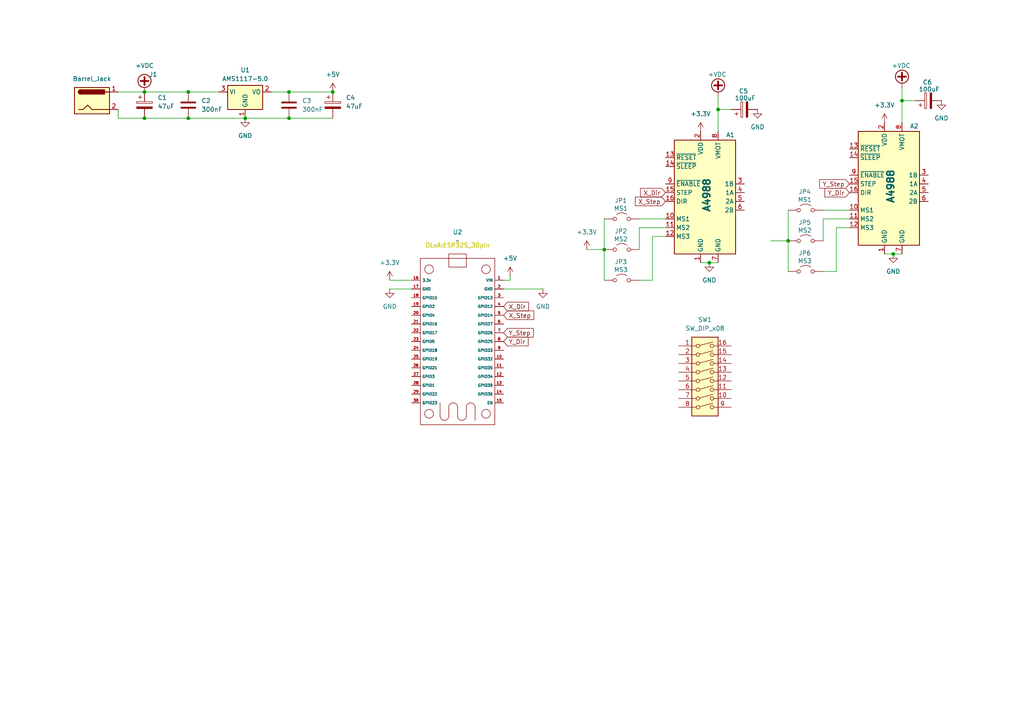
<source format=kicad_sch>
(kicad_sch (version 20231120) (generator "eeschema") (generator_version "8.0")
  (paper "A4")
  (lib_symbols
    (symbol "Connector:Barrel_Jack" (pin_names (offset 1.016))
      (property "Reference" "J" (at 0 5.334 0))
      (property "Value" "Barrel_Jack" (at 0 -5.08 0))
      (symbol "Barrel_Jack_0_1"
        (rectangle (start -5.08 3.81) (end 5.08 -3.81) (stroke (width 0.254)) (fill (type background)))
        (arc (start -3.302 3.175) (mid -3.9343 2.54) (end -3.302 1.905) (stroke (width 0.254)))
        (arc (start -3.302 3.175) (mid -3.9343 2.54) (end -3.302 1.905) (stroke (width 0.254)) (fill (type outline)))
        (polyline (pts (xy 5.08 2.54) (xy 3.81 2.54)) (stroke (width 0.254)))
        (polyline (pts (xy -3.81 -2.54) (xy -2.54 -2.54) (xy -1.27 -1.27) (xy 0 -2.54) (xy 2.54 -2.54) (xy 5.08 -2.54)) (stroke (width 0.254)))
        (rectangle (start 3.683 3.175) (end -3.302 1.905) (stroke (width 0.254)) (fill (type outline)))
      )
      (symbol "Barrel_Jack_1_1"
        (pin passive line (at 7.62 2.54 180) (length 2.54) (name "~") (number "1"))
        (pin passive line (at 7.62 -2.54 180) (length 2.54) (name "~") (number "2"))
      )
    )
    (symbol "Device:C" (pin_numbers hide) (pin_names (offset 0.254))
      (property "Reference" "C" (at 0.635 2.54 0))
      (property "Value" "C" (at 0.635 -2.54 0))
      (symbol "C_0_1"
        (polyline (pts (xy -2.032 -0.762) (xy 2.032 -0.762)) (stroke (width 0.508)))
        (polyline (pts (xy -2.032 0.762) (xy 2.032 0.762)) (stroke (width 0.508)))
      )
      (symbol "C_1_1"
        (pin passive line (at 0 3.81 270) (length 2.794) (name "~") (number "1"))
        (pin passive line (at 0 -3.81 90) (length 2.794) (name "~") (number "2"))
      )
    )
    (symbol "Device:C_Polarized" (pin_numbers hide) (pin_names (offset 0.254))
      (property "Reference" "C" (at 0.635 2.54 0))
      (property "Value" "C_Polarized" (at 0.635 -2.54 0))
      (symbol "C_Polarized_0_1"
        (rectangle (start -2.286 0.508) (end 2.286 1.016))
        (polyline (pts (xy -1.778 2.286) (xy -0.762 2.286)))
        (polyline (pts (xy -1.27 2.794) (xy -1.27 1.778)))
        (rectangle (start 2.286 -0.508) (end -2.286 -1.016) (fill (type outline)))
      )
      (symbol "C_Polarized_1_1"
        (pin passive line (at 0 3.81 270) (length 2.794) (name "~") (number "1"))
        (pin passive line (at 0 -3.81 90) (length 2.794) (name "~") (number "2"))
      )
    )
    (symbol "Driver_Motor:Pololu_Breakout_A4988"
      (property "Reference" "A" (at -2.54 19.05 0))
      (property "Value" "Pololu_Breakout_A4988" (at -2.54 16.51 0))
      (symbol "Pololu_Breakout_A4988_0_1"
        (rectangle (start 10.16 -17.78) (end -7.62 15.24) (stroke (width 0.254)) (fill (type background)))
      )
      (symbol "Pololu_Breakout_A4988_1_1"
        (pin power_in line (at 0 -20.32 90) (length 2.54) (name "GND") (number "1"))
        (pin input line (at -10.16 -7.62 0) (length 2.54) (name "MS1") (number "10"))
        (pin input line (at -10.16 -10.16 0) (length 2.54) (name "MS2") (number "11"))
        (pin input line (at -10.16 -12.7 0) (length 2.54) (name "MS3") (number "12"))
        (pin input line (at -10.16 10.16 0) (length 2.54) (name "~{RESET}") (number "13"))
        (pin input line (at -10.16 7.62 0) (length 2.54) (name "~{SLEEP}") (number "14"))
        (pin input line (at -10.16 0 0) (length 2.54) (name "STEP") (number "15"))
        (pin input line (at -10.16 -2.54 0) (length 2.54) (name "DIR") (number "16"))
        (pin power_in line (at 0 17.78 270) (length 2.54) (name "VDD") (number "2"))
        (pin output line (at 12.7 2.54 180) (length 2.54) (name "1B") (number "3"))
        (pin output line (at 12.7 0 180) (length 2.54) (name "1A") (number "4"))
        (pin output line (at 12.7 -2.54 180) (length 2.54) (name "2A") (number "5"))
        (pin output line (at 12.7 -5.08 180) (length 2.54) (name "2B") (number "6"))
        (pin power_in line (at 5.08 -20.32 90) (length 2.54) (name "GND") (number "7"))
        (pin power_in line (at 5.08 17.78 270) (length 2.54) (name "VMOT") (number "8"))
        (pin input line (at -10.16 2.54 0) (length 2.54) (name "~{ENABLE}") (number "9"))
      )
    )
    (symbol "Jumper:Jumper_2_Open" (pin_numbers hide) (pin_names (offset 0) hide) (exclude_from_sim yes)
      (property "Reference" "JP" (at 0 2.794 0))
      (property "Value" "Jumper_2_Open" (at 0 -2.286 0))
      (symbol "Jumper_2_Open_0_0"
        (circle (center -2.032 0) (radius 0.508))
        (circle (center 2.032 0) (radius 0.508))
      )
      (symbol "Jumper_2_Open_0_1"
        (arc (start 1.524 1.27) (mid 0 1.778) (end -1.524 1.27))
      )
      (symbol "Jumper_2_Open_1_1"
        (pin passive line (at -5.08 0 0) (length 2.54) (name "A") (number "1"))
        (pin passive line (at 5.08 0 180) (length 2.54) (name "B") (number "2"))
      )
    )
    (symbol "OLxA:ESP32_30Pin"
      (property "Reference" "U" (at 0 0 0))
      (property "Footprint" "ESP32_30pin" (at 0 -2.54 0))
      (symbol "ESP32_30Pin_0_1"
        (rectangle (start -24.13 10.795) (end 24.13 -10.795))
        (arc (start -22.8675 -1.2775) (mid -22.4933 -2.1733) (end -21.5975 -2.5475))
        (arc (start -22.8675 3.8025) (mid -22.4933 2.9067) (end -21.5975 2.5325))
        (arc (start -21.59 0) (mid -22.4873 -0.3727) (end -22.86 -1.27))
        (arc (start -21.59 5.08) (mid -22.4873 4.7073) (end -22.86 3.81))
        (circle (center -20.955 -8.255) (radius 1.27))
        (circle (center -20.955 8.255) (radius 1.27))
        (arc (start -19.0475 -5.0825) (mid -18.1502 -4.7098) (end -17.7775 -3.8125))
        (arc (start -19.0475 -0.0025) (mid -18.1502 0.3702) (end -17.7775 1.2675))
        (arc (start -17.77 -3.805) (mid -18.1442 -2.9092) (end -19.04 -2.535))
        (arc (start -17.77 1.275) (mid -18.1442 2.1708) (end -19.04 2.545))
        (polyline (pts (xy -21.59 -2.54) (xy -20.32 -2.54)))
        (polyline (pts (xy -21.59 0) (xy -20.32 0)))
        (polyline (pts (xy -21.59 2.54) (xy -20.32 2.54)))
        (polyline (pts (xy -21.59 5.08) (xy -20.32 5.08)))
        (polyline (pts (xy -20.32 -5.08) (xy -22.86 -5.08)))
        (polyline (pts (xy -20.32 5.08) (xy -17.78 5.08)))
        (polyline (pts (xy -19.0475 -5.0825) (xy -20.3175 -5.0825)))
        (polyline (pts (xy -19.0475 -2.5425) (xy -20.3175 -2.5425)))
        (polyline (pts (xy -19.0475 -0.0025) (xy -20.3175 -0.0025)))
        (polyline (pts (xy -19.0475 2.5375) (xy -20.3175 2.5375)))
        (circle (center 20.955 -8.255) (radius 1.27))
        (circle (center 20.955 8.255) (radius 1.27))
        (rectangle (start 21.59 2.54) (end 25.4 -2.54))
      )
      (symbol "ESP32_30Pin_1_1"
        (pin power_out line (at 17.78 -13.335 90) (length 2.54) (name "VIN") (number "1"))
        (pin bidirectional line (at -5.08 -13.335 90) (length 2.54) (name "GPIO32") (number "10"))
        (pin bidirectional line (at -7.62 -13.335 90) (length 2.54) (name "GPIO35") (number "11"))
        (pin bidirectional line (at -10.16 -13.335 90) (length 2.54) (name "GPIO34") (number "12"))
        (pin bidirectional line (at -12.7 -13.335 90) (length 2.54) (name "GPIO39") (number "13"))
        (pin bidirectional line (at -15.24 -13.335 90) (length 2.54) (name "GPIO36") (number "14"))
        (pin bidirectional line (at -17.78 -13.335 90) (length 2.54) (name "EN") (number "15"))
        (pin output line (at 17.78 13.335 270) (length 2.54) (name "3.3v") (number "16"))
        (pin power_in line (at 15.24 13.335 270) (length 2.54) (name "GND") (number "17"))
        (pin bidirectional line (at 12.7 13.335 270) (length 2.54) (name "GPIO15") (number "18"))
        (pin bidirectional line (at 10.16 13.335 270) (length 2.54) (name "GPIO2") (number "19"))
        (pin bidirectional line (at 15.24 -13.335 90) (length 2.54) (name "GND") (number "2"))
        (pin bidirectional line (at 7.62 13.335 270) (length 2.54) (name "GPIO4") (number "20"))
        (pin bidirectional line (at 5.08 13.335 270) (length 2.54) (name "GPIO16") (number "21"))
        (pin bidirectional line (at 2.54 13.335 270) (length 2.54) (name "GPIO17") (number "22"))
        (pin bidirectional line (at 0 13.335 270) (length 2.54) (name "GPIO5") (number "23"))
        (pin bidirectional line (at -2.54 13.335 270) (length 2.54) (name "GPIO18") (number "24"))
        (pin bidirectional line (at -5.08 13.335 270) (length 2.54) (name "GPIO19") (number "25"))
        (pin bidirectional line (at -7.62 13.335 270) (length 2.54) (name "GPIO21") (number "26"))
        (pin bidirectional line (at -10.16 13.335 270) (length 2.54) (name "GPIO3") (number "27"))
        (pin bidirectional line (at -12.7 13.335 270) (length 2.54) (name "GPIO1") (number "28"))
        (pin bidirectional line (at -15.24 13.335 270) (length 2.54) (name "GPIO22") (number "29"))
        (pin bidirectional line (at 12.7 -13.335 90) (length 2.54) (name "GPIO13") (number "3"))
        (pin bidirectional line (at -17.78 13.335 270) (length 2.54) (name "GPIO23") (number "30"))
        (pin bidirectional line (at 10.16 -13.335 90) (length 2.54) (name "GPIO12") (number "4"))
        (pin bidirectional line (at 7.62 -13.335 90) (length 2.54) (name "GPIO14") (number "5"))
        (pin bidirectional line (at 5.08 -13.335 90) (length 2.54) (name "GPIO27") (number "6"))
        (pin bidirectional line (at 2.54 -13.335 90) (length 2.54) (name "GPIO26") (number "7"))
        (pin bidirectional line (at 0 -13.335 90) (length 2.54) (name "GPIO25") (number "8"))
        (pin bidirectional line (at -2.54 -13.335 90) (length 2.54) (name "GPIO33") (number "9"))
      )
    )
    (symbol "Regulator_Linear:AMS1117-5.0"
      (property "Reference" "U" (at -3.81 3.175 0))
      (property "Value" "AMS1117-5.0" (at 0 3.175 0))
      (symbol "AMS1117-5.0_0_1"
        (rectangle (start -5.08 -5.08) (end 5.08 1.905) (stroke (width 0.254)) (fill (type background)))
      )
      (symbol "AMS1117-5.0_1_1"
        (pin power_in line (at 0 -7.62 90) (length 2.54) (name "GND") (number "1"))
        (pin power_out line (at 7.62 0 180) (length 2.54) (name "VO") (number "2"))
        (pin power_in line (at -7.62 0 0) (length 2.54) (name "VI") (number "3"))
      )
    )
    (symbol "Switch:SW_DIP_x08" (pin_names (offset 0) hide)
      (property "Reference" "SW" (at 0 13.97 0))
      (property "Value" "SW_DIP_x08" (at 0 -11.43 0))
      (symbol "SW_DIP_x08_0_0"
        (circle (center -2.032 -7.62) (radius 0.508))
        (circle (center -2.032 -5.08) (radius 0.508))
        (circle (center -2.032 -2.54) (radius 0.508))
        (circle (center -2.032 0) (radius 0.508))
        (circle (center -2.032 2.54) (radius 0.508))
        (circle (center -2.032 5.08) (radius 0.508))
        (circle (center -2.032 7.62) (radius 0.508))
        (circle (center -2.032 10.16) (radius 0.508))
        (polyline (pts (xy -1.524 -7.4676) (xy 2.3622 -6.4262)))
        (polyline (pts (xy -1.524 -4.9276) (xy 2.3622 -3.8862)))
        (polyline (pts (xy -1.524 -2.3876) (xy 2.3622 -1.3462)))
        (polyline (pts (xy -1.524 0.127) (xy 2.3622 1.1684)))
        (polyline (pts (xy -1.524 2.667) (xy 2.3622 3.7084)))
        (polyline (pts (xy -1.524 5.207) (xy 2.3622 6.2484)))
        (polyline (pts (xy -1.524 7.747) (xy 2.3622 8.7884)))
        (polyline (pts (xy -1.524 10.287) (xy 2.3622 11.3284)))
        (circle (center 2.032 -7.62) (radius 0.508))
        (circle (center 2.032 -5.08) (radius 0.508))
        (circle (center 2.032 -2.54) (radius 0.508))
        (circle (center 2.032 0) (radius 0.508))
        (circle (center 2.032 2.54) (radius 0.508))
        (circle (center 2.032 5.08) (radius 0.508))
        (circle (center 2.032 7.62) (radius 0.508))
        (circle (center 2.032 10.16) (radius 0.508))
      )
      (symbol "SW_DIP_x08_0_1"
        (rectangle (start -3.81 12.7) (end 3.81 -10.16) (stroke (width 0.254)) (fill (type background)))
      )
      (symbol "SW_DIP_x08_1_1"
        (pin passive line (at -7.62 10.16 0) (length 5.08) (name "~") (number "1"))
        (pin passive line (at 7.62 -5.08 180) (length 5.08) (name "~") (number "10"))
        (pin passive line (at 7.62 -2.54 180) (length 5.08) (name "~") (number "11"))
        (pin passive line (at 7.62 0 180) (length 5.08) (name "~") (number "12"))
        (pin passive line (at 7.62 2.54 180) (length 5.08) (name "~") (number "13"))
        (pin passive line (at 7.62 5.08 180) (length 5.08) (name "~") (number "14"))
        (pin passive line (at 7.62 7.62 180) (length 5.08) (name "~") (number "15"))
        (pin passive line (at 7.62 10.16 180) (length 5.08) (name "~") (number "16"))
        (pin passive line (at -7.62 7.62 0) (length 5.08) (name "~") (number "2"))
        (pin passive line (at -7.62 5.08 0) (length 5.08) (name "~") (number "3"))
        (pin passive line (at -7.62 2.54 0) (length 5.08) (name "~") (number "4"))
        (pin passive line (at -7.62 0 0) (length 5.08) (name "~") (number "5"))
        (pin passive line (at -7.62 -2.54 0) (length 5.08) (name "~") (number "6"))
        (pin passive line (at -7.62 -5.08 0) (length 5.08) (name "~") (number "7"))
        (pin passive line (at -7.62 -7.62 0) (length 5.08) (name "~") (number "8"))
        (pin passive line (at 7.62 -7.62 180) (length 5.08) (name "~") (number "9"))
      )
    )
    (symbol "power:+3.3V" (power) (pin_numbers hide) (pin_names (offset 0) hide)
      (property "Value" "+3.3V" (at 0 3.556 0))
      (symbol "+3.3V_0_1"
        (polyline (pts (xy -0.762 1.27) (xy 0 2.54)))
        (polyline (pts (xy 0 0) (xy 0 2.54)))
        (polyline (pts (xy 0 2.54) (xy 0.762 1.27)))
      )
      (symbol "+3.3V_1_1"
        (pin power_in line (at 0 0 90) (length 0) (name "~") (number "1"))
      )
    )
    (symbol "power:+5V" (power) (pin_numbers hide) (pin_names (offset 0) hide)
      (property "Value" "+5V" (at 0 3.556 0))
      (symbol "+5V_0_1"
        (polyline (pts (xy -0.762 1.27) (xy 0 2.54)))
        (polyline (pts (xy 0 0) (xy 0 2.54)))
        (polyline (pts (xy 0 2.54) (xy 0.762 1.27)))
      )
      (symbol "+5V_1_1"
        (pin power_in line (at 0 0 90) (length 0) (name "~") (number "1"))
      )
    )
    (symbol "power:+VDC" (power) (pin_numbers hide) (pin_names (offset 0) hide)
      (property "Value" "+VDC" (at 0 6.35 0))
      (symbol "+VDC_0_1"
        (polyline (pts (xy -1.143 3.175) (xy 1.143 3.175)) (stroke (width 0.508)))
        (polyline (pts (xy 0 0) (xy 0 1.27)))
        (polyline (pts (xy 0 2.032) (xy 0 4.318)) (stroke (width 0.508)))
        (circle (center 0 3.175) (radius 1.905) (stroke (width 0.254)))
      )
      (symbol "+VDC_1_1"
        (pin power_in line (at 0 0 90) (length 0) (name "~") (number "1"))
      )
    )
    (symbol "power:GND" (power) (pin_numbers hide) (pin_names (offset 0) hide)
      (property "Value" "GND" (at 0 -3.81 0))
      (symbol "GND_0_1"
        (polyline (pts (xy 0 0) (xy 0 -1.27) (xy 1.27 -1.27) (xy 0 -2.54) (xy -1.27 -1.27) (xy 0 -1.27)))
      )
      (symbol "GND_1_1"
        (pin power_in line (at 0 0 270) (length 0) (name "~") (number "1"))
      )
    )
  )
  (junction (at 261.62 29.21))
  (junction (at 54.61 34.29))
  (junction (at 175.26 72.39))
  (junction (at 96.52 26.67))
  (junction (at 54.61 26.67))
  (junction (at 259.08 73.66))
  (junction (at 83.82 34.29))
  (junction (at 71.12 34.29))
  (junction (at 205.74 76.2))
  (junction (at 228.6 69.85))
  (junction (at 41.91 34.29))
  (junction (at 208.28 31.75))
  (junction (at 83.82 26.67))
  (junction (at 41.91 26.67))
  (wire (pts (xy 238.76 69.85) (xy 238.76 63.5)))
  (wire (pts (xy 185.42 81.28) (xy 189.23 81.28)))
  (wire (pts (xy 41.91 26.67) (xy 54.61 26.67)))
  (wire (pts (xy 261.62 29.21) (xy 265.43 29.21)))
  (wire (pts (xy 208.28 31.75) (xy 212.09 31.75)))
  (wire (pts (xy 146.05 81.28) (xy 147.955 81.28)))
  (wire (pts (xy 242.57 78.74) (xy 242.57 66.04)))
  (wire (pts (xy 205.74 76.2) (xy 208.28 76.2)))
  (wire (pts (xy 175.26 63.5) (xy 175.26 72.39)))
  (wire (pts (xy 223.52 69.85) (xy 228.6 69.85)))
  (wire (pts (xy 34.29 34.29) (xy 41.91 34.29)))
  (wire (pts (xy 175.26 72.39) (xy 175.26 81.28)))
  (wire (pts (xy 34.29 31.75) (xy 34.29 34.29)))
  (wire (pts (xy 71.12 34.29) (xy 83.82 34.29)))
  (wire (pts (xy 208.28 27.94) (xy 208.28 31.75)))
  (wire (pts (xy 34.29 26.67) (xy 41.91 26.67)))
  (wire (pts (xy 189.23 68.58) (xy 193.04 68.58)))
  (wire (pts (xy 54.61 26.67) (xy 63.5 26.67)))
  (wire (pts (xy 203.2 76.2) (xy 205.74 76.2)))
  (wire (pts (xy 238.76 63.5) (xy 246.38 63.5)))
  (wire (pts (xy 185.42 63.5) (xy 193.04 63.5)))
  (wire (pts (xy 113.03 83.82) (xy 119.38 83.82)))
  (wire (pts (xy 78.74 26.67) (xy 83.82 26.67)))
  (wire (pts (xy 147.955 81.28) (xy 147.955 80.01)))
  (wire (pts (xy 189.23 81.28) (xy 189.23 68.58)))
  (wire (pts (xy 185.42 72.39) (xy 185.42 66.04)))
  (wire (pts (xy 261.62 25.4) (xy 261.62 29.21)))
  (wire (pts (xy 228.6 60.96) (xy 228.6 69.85)))
  (wire (pts (xy 185.42 66.04) (xy 193.04 66.04)))
  (wire (pts (xy 113.03 81.28) (xy 119.38 81.28)))
  (wire (pts (xy 54.61 34.29) (xy 71.12 34.29)))
  (wire (pts (xy 238.76 78.74) (xy 242.57 78.74)))
  (wire (pts (xy 228.6 69.85) (xy 228.6 78.74)))
  (wire (pts (xy 256.54 73.66) (xy 259.08 73.66)))
  (wire (pts (xy 146.05 83.82) (xy 157.48 83.82)))
  (wire (pts (xy 83.82 34.29) (xy 96.52 34.29)))
  (wire (pts (xy 238.76 60.96) (xy 246.38 60.96)))
  (wire (pts (xy 259.08 73.66) (xy 261.62 73.66)))
  (wire (pts (xy 170.18 72.39) (xy 175.26 72.39)))
  (wire (pts (xy 242.57 66.04) (xy 246.38 66.04)))
  (wire (pts (xy 208.28 31.75) (xy 208.28 38.1)))
  (wire (pts (xy 261.62 29.21) (xy 261.62 35.56)))
  (wire (pts (xy 41.91 34.29) (xy 54.61 34.29)))
  (wire (pts (xy 83.82 26.67) (xy 96.52 26.67)))
  (global_label "X_Dir" (shape input) (at 193.04 55.88 180) (property "Intersheetrefs" "${INTERSHEET_REFS}" (effects (hide yes))))
  (global_label "Y_Dir" (shape input) (at 146.05 99.06 0) (property "Intersheetrefs" "${INTERSHEET_REFS}" (effects (hide yes))))
  (global_label "X_Step" (shape input) (at 146.05 91.44 0) (property "Intersheetrefs" "${INTERSHEET_REFS}" (effects (hide yes))))
  (global_label "X_Dir" (shape input) (at 146.05 88.9 0) (property "Intersheetrefs" "${INTERSHEET_REFS}" (effects (hide yes))))
  (global_label "X_Step" (shape input) (at 193.04 58.42 180) (property "Intersheetrefs" "${INTERSHEET_REFS}" (effects (hide yes))))
  (global_label "Y_Step" (shape input) (at 146.05 96.52 0) (property "Intersheetrefs" "${INTERSHEET_REFS}" (effects (hide yes))))
  (global_label "Y_Dir" (shape input) (at 246.38 55.88 180) (property "Intersheetrefs" "${INTERSHEET_REFS}" (effects (hide yes))))
  (global_label "Y_Step" (shape input) (at 246.38 53.34 180) (property "Intersheetrefs" "${INTERSHEET_REFS}" (effects (hide yes))))
  (symbol (lib_id "Jumper:Jumper_2_Open") (at 233.68 60.96 0) (unit 1) (exclude_from_sim yes)
    (property "Reference" "JP4" (at 233.426 55.626 0))
    (property "Value" "MS1" (at 233.426 57.912 0))
    (property "Description" "Jumper, 2-pole, open" (effects (hide yes)))
  )
  (symbol (lib_id "power:+VDC") (at 208.28 27.94 0) (unit 1)
    (property "Reference" "#PWR011" (effects (hide yes)))
    (property "Value" "+VDC" (at 208.026 21.59 0))
    (property "Description" "Power symbol creates a global label with name \"+VDC\"" (effects (hide yes)))
  )
  (symbol (lib_id "Jumper:Jumper_2_Open") (at 180.34 81.28 0) (unit 1) (exclude_from_sim yes)
    (property "Reference" "JP3" (at 180.086 75.946 0))
    (property "Value" "MS3" (at 180.086 78.232 0))
    (property "Description" "Jumper, 2-pole, open" (effects (hide yes)))
  )
  (symbol (lib_id "Device:C") (at 83.82 30.48 0) (unit 1)
    (property "Reference" "C3" (at 87.63 29.2099 0) (effects (justify left)))
    (property "Value" "300nF" (at 87.63 31.7499 0) (effects (justify left)))
    (property "Description" "Unpolarized capacitor" (effects (hide yes)))
  )
  (symbol (lib_id "power:+3.3V") (at 170.18 72.39 0) (unit 1)
    (property "Reference" "#PWR08" (effects (hide yes)))
    (property "Value" "+3.3V" (at 170.18 67.31 0))
    (property "Description" "Power symbol creates a global label with name \"+3.3V\"" (effects (hide yes)))
  )
  (symbol (lib_id "power:+3.3V") (at 203.2 38.1 0) (unit 1)
    (property "Reference" "#PWR09" (effects (hide yes)))
    (property "Value" "+3.3V" (at 203.2 33.02 0))
    (property "Description" "Power symbol creates a global label with name \"+3.3V\"" (effects (hide yes)))
  )
  (symbol (lib_id "power:GND") (at 113.03 83.82 0) (unit 1)
    (property "Reference" "#PWR05" (effects (hide yes)))
    (property "Value" "GND" (at 113.03 88.9 0))
    (property "Description" "Power symbol creates a global label with name \"GND\" , ground" (effects (hide yes)))
  )
  (symbol (lib_id "OLxA:ESP32_30Pin") (at 132.715 99.06 90) (unit 1)
    (property "Reference" "U2" (at 132.715 67.31 90))
    (property "Value" "~" (at 132.715 69.85 90))
    (property "Footprint" "OLxA:ESP32S_30pin" (at 132.715 71.12 90))
  )
  (symbol (lib_id "Driver_Motor:Pololu_Breakout_A4988") (at 203.2 55.88 0) (unit 1)
    (property "Reference" "A1" (at 210.566 39.116 0) (effects (justify left)))
    (property "Value" "A4988" (at 204.978 61.722 90) (effects (font (size 2.032 2.032) (thickness 0.4064) (bold yes)) (justify left)))
    (property "Footprint" "Module:Pololu_Breakout-16_15.2x20.3mm" (effects (hide yes)))
    (property "Datasheet" "https://www.pololu.com/product/2980/pictures" (effects (hide yes)))
    (property "Description" "Pololu Breakout Board, Stepper Driver A4988" (effects (hide yes)))
  )
  (symbol (lib_id "Device:C") (at 54.61 30.48 0) (unit 1)
    (property "Reference" "C2" (at 58.42 29.2099 0) (effects (justify left)))
    (property "Value" "300nF" (at 58.42 31.7499 0) (effects (justify left)))
    (property "Description" "Unpolarized capacitor" (effects (hide yes)))
  )
  (symbol (lib_id "power:GND") (at 259.08 73.66 0) (unit 1)
    (property "Reference" "#PWR014" (effects (hide yes)))
    (property "Value" "GND" (at 259.08 78.74 0))
    (property "Description" "Power symbol creates a global label with name \"GND\" , ground" (effects (hide yes)))
  )
  (symbol (lib_id "Device:C_Polarized") (at 215.9 31.75 90) (unit 1)
    (property "Reference" "C5" (at 215.646 26.416 90))
    (property "Value" "100uF" (at 216.154 28.448 90))
    (property "Footprint" "Capacitor_THT:C_Radial_D6.3mm_H11.0mm_P2.50mm" (effects (hide yes)))
    (property "Description" "Polarized capacitor" (effects (hide yes)))
  )
  (symbol (lib_id "Regulator_Linear:AMS1117-5.0") (at 71.12 26.67 0) (unit 1)
    (property "Reference" "U1" (at 71.12 20.32 0))
    (property "Value" "AMS1117-5.0" (at 71.12 22.86 0))
    (property "Footprint" "Package_TO_SOT_SMD:SOT-223-3_TabPin2" (effects (hide yes)))
    (property "Datasheet" "http://www.advanced-monolithic.com/pdf/ds1117.pdf" (effects (hide yes)))
    (property "Description" "1A Low Dropout regulator, positive, 5.0V fixed output, SOT-223" (effects (hide yes)))
  )
  (symbol (lib_id "Jumper:Jumper_2_Open") (at 180.34 63.5 0) (unit 1) (exclude_from_sim yes)
    (property "Reference" "JP1" (at 180.086 58.166 0))
    (property "Value" "MS1" (at 180.086 60.452 0))
    (property "Description" "Jumper, 2-pole, open" (effects (hide yes)))
  )
  (symbol (lib_id "Switch:SW_DIP_x08") (at 204.47 110.49 0) (unit 1)
    (property "Reference" "SW1" (at 204.47 92.71 0))
    (property "Value" "SW_DIP_x08" (at 204.47 95.25 0))
    (property "Footprint" "Button_Switch_SMD:SW_DIP_SPSTx08_Slide_Copal_CHS-08B_W7.62mm_P1.27mm" (effects (hide yes)))
    (property "Description" "8x DIP Switch, Single Pole Single Throw (SPST) switch, small symbol" (effects (hide yes)))
  )
  (symbol (lib_id "power:GND") (at 205.74 76.2 0) (unit 1)
    (property "Reference" "#PWR010" (effects (hide yes)))
    (property "Value" "GND" (at 205.74 81.28 0))
    (property "Description" "Power symbol creates a global label with name \"GND\" , ground" (effects (hide yes)))
  )
  (symbol (lib_id "Device:C_Polarized") (at 96.52 30.48 0) (unit 1)
    (property "Reference" "C4" (at 100.33 28.3209 0) (effects (justify left)))
    (property "Value" "47uF" (at 100.33 30.8609 0) (effects (justify left)))
    (property "Description" "Polarized capacitor" (effects (hide yes)))
  )
  (symbol (lib_id "power:GND") (at 273.05 29.21 0) (unit 1)
    (property "Reference" "#PWR016" (effects (hide yes)))
    (property "Value" "GND" (at 273.05 34.29 0))
    (property "Description" "Power symbol creates a global label with name \"GND\" , ground" (effects (hide yes)))
  )
  (symbol (lib_id "Jumper:Jumper_2_Open") (at 180.34 72.39 0) (unit 1) (exclude_from_sim yes)
    (property "Reference" "JP2" (at 180.086 67.056 0))
    (property "Value" "MS2" (at 180.086 69.342 0))
    (property "Description" "Jumper, 2-pole, open" (effects (hide yes)))
  )
  (symbol (lib_id "power:+5V") (at 147.955 80.01 0) (unit 1)
    (property "Reference" "#PWR06" (effects (hide yes)))
    (property "Value" "+5V" (at 147.955 74.93 0))
    (property "Description" "Power symbol creates a global label with name \"+5V\"" (effects (hide yes)))
  )
  (symbol (lib_id "Device:C_Polarized") (at 269.24 29.21 90) (unit 1)
    (property "Reference" "C6" (at 268.986 23.876 90))
    (property "Value" "100uF" (at 269.494 25.908 90))
    (property "Footprint" "Capacitor_THT:C_Radial_D6.3mm_H11.0mm_P2.50mm" (effects (hide yes)))
    (property "Description" "Polarized capacitor" (effects (hide yes)))
  )
  (symbol (lib_id "power:GND") (at 71.12 34.29 0) (unit 1)
    (property "Reference" "#PWR02" (effects (hide yes)))
    (property "Value" "GND" (at 71.12 39.37 0))
    (property "Description" "Power symbol creates a global label with name \"GND\" , ground" (effects (hide yes)))
  )
  (symbol (lib_id "power:+VDC") (at 41.91 26.67 0) (unit 1)
    (property "Reference" "#PWR01" (effects (hide yes)))
    (property "Value" "+VDC" (at 41.91 19.05 0))
    (property "Description" "Power symbol creates a global label with name \"+VDC\"" (effects (hide yes)))
  )
  (symbol (lib_id "Device:C_Polarized") (at 41.91 30.48 0) (unit 1)
    (property "Reference" "C1" (at 45.72 28.3209 0) (effects (justify left)))
    (property "Value" "47uF" (at 45.72 30.8609 0) (effects (justify left)))
    (property "Description" "Polarized capacitor" (effects (hide yes)))
  )
  (symbol (lib_id "power:+5V") (at 96.52 26.67 0) (unit 1)
    (property "Reference" "#PWR03" (effects (hide yes)))
    (property "Value" "+5V" (at 96.52 21.59 0))
    (property "Description" "Power symbol creates a global label with name \"+5V\"" (effects (hide yes)))
  )
  (symbol (lib_id "Jumper:Jumper_2_Open") (at 233.68 78.74 0) (unit 1) (exclude_from_sim yes)
    (property "Reference" "JP6" (at 233.426 73.406 0))
    (property "Value" "MS3" (at 233.426 75.692 0))
    (property "Description" "Jumper, 2-pole, open" (effects (hide yes)))
  )
  (symbol (lib_id "Driver_Motor:Pololu_Breakout_A4988") (at 256.54 53.34 0) (unit 1)
    (property "Reference" "A2" (at 263.906 36.576 0) (effects (justify left)))
    (property "Value" "A4988" (at 258.318 59.182 90) (effects (font (size 2.032 2.032) (thickness 0.4064) (bold yes)) (justify left)))
    (property "Footprint" "Module:Pololu_Breakout-16_15.2x20.3mm" (effects (hide yes)))
    (property "Datasheet" "https://www.pololu.com/product/2980/pictures" (effects (hide yes)))
    (property "Description" "Pololu Breakout Board, Stepper Driver A4988" (effects (hide yes)))
  )
  (symbol (lib_id "power:+3.3V") (at 113.03 81.28 0) (unit 1)
    (property "Reference" "#PWR04" (effects (hide yes)))
    (property "Value" "+3.3V" (at 113.03 76.2 0))
    (property "Description" "Power symbol creates a global label with name \"+3.3V\"" (effects (hide yes)))
  )
  (symbol (lib_id "power:GND") (at 157.48 83.82 0) (unit 1)
    (property "Reference" "#PWR07" (effects (hide yes)))
    (property "Value" "GND" (at 157.48 88.9 0))
    (property "Description" "Power symbol creates a global label with name \"GND\" , ground" (effects (hide yes)))
  )
  (symbol (lib_id "power:+VDC") (at 261.62 25.4 0) (unit 1)
    (property "Reference" "#PWR015" (effects (hide yes)))
    (property "Value" "+VDC" (at 261.366 19.05 0))
    (property "Description" "Power symbol creates a global label with name \"+VDC\"" (effects (hide yes)))
  )
  (symbol (lib_id "Jumper:Jumper_2_Open") (at 233.68 69.85 0) (unit 1) (exclude_from_sim yes)
    (property "Reference" "JP5" (at 233.426 64.516 0))
    (property "Value" "MS2" (at 233.426 66.802 0))
    (property "Description" "Jumper, 2-pole, open" (effects (hide yes)))
  )
  (symbol (lib_id "Connector:Barrel_Jack") (at 26.67 29.21 0) (unit 1)
    (property "Reference" "J1" (at 44.45 21.59 0))
    (property "Value" "Barrel_Jack" (at 26.67 22.86 0))
    (property "Footprint" "Connector_BarrelJack:BarrelJack_GCT_DCJ200-10-A_Horizontal" (effects (hide yes)))
    (property "Description" "DC Barrel Jack" (effects (hide yes)))
  )
  (symbol (lib_id "power:GND") (at 219.71 31.75 0) (unit 1)
    (property "Reference" "#PWR012" (effects (hide yes)))
    (property "Value" "GND" (at 219.71 36.83 0))
    (property "Description" "Power symbol creates a global label with name \"GND\" , ground" (effects (hide yes)))
  )
  (symbol (lib_id "power:+3.3V") (at 256.54 35.56 0) (unit 1)
    (property "Reference" "#PWR013" (effects (hide yes)))
    (property "Value" "+3.3V" (at 256.54 30.48 0))
    (property "Description" "Power symbol creates a global label with name \"+3.3V\"" (effects (hide yes)))
  )
)
</source>
